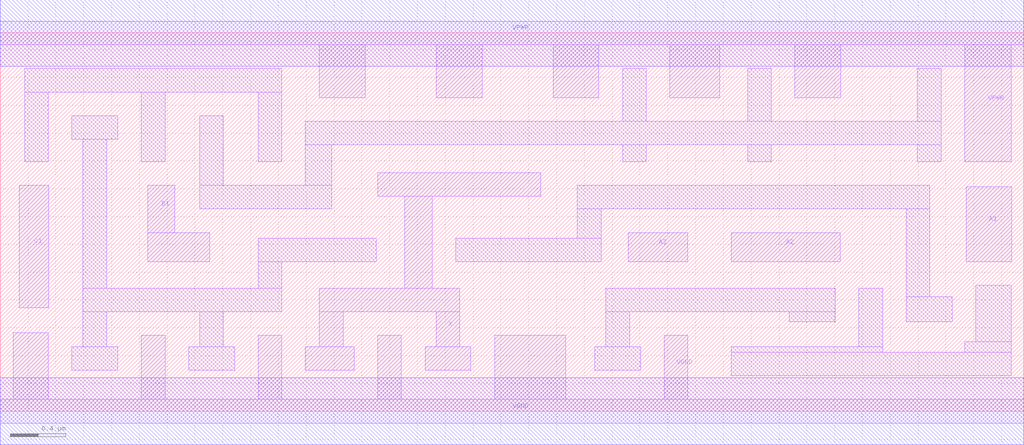
<source format=lef>
# Copyright 2020 The SkyWater PDK Authors
#
# Licensed under the Apache License, Version 2.0 (the "License");
# you may not use this file except in compliance with the License.
# You may obtain a copy of the License at
#
#     https://www.apache.org/licenses/LICENSE-2.0
#
# Unless required by applicable law or agreed to in writing, software
# distributed under the License is distributed on an "AS IS" BASIS,
# WITHOUT WARRANTIES OR CONDITIONS OF ANY KIND, either express or implied.
# See the License for the specific language governing permissions and
# limitations under the License.
#
# SPDX-License-Identifier: Apache-2.0

VERSION 5.5 ;
NAMESCASESENSITIVE ON ;
BUSBITCHARS "[]" ;
DIVIDERCHAR "/" ;
MACRO sky130_fd_sc_hd__a311o_4
  CLASS CORE ;
  SOURCE USER ;
  ORIGIN  0.000000  0.000000 ;
  SIZE  7.360000 BY  2.720000 ;
  SYMMETRY X Y R90 ;
  SITE unithd ;
  PIN A1
    ANTENNAGATEAREA  0.495000 ;
    DIRECTION INPUT ;
    USE SIGNAL ;
    PORT
      LAYER li1 ;
        RECT 6.945000 1.075000 7.275000 1.615000 ;
    END
  END A1
  PIN A2
    ANTENNAGATEAREA  0.495000 ;
    DIRECTION INPUT ;
    USE SIGNAL ;
    PORT
      LAYER li1 ;
        RECT 5.255000 1.075000 6.040000 1.285000 ;
    END
  END A2
  PIN A3
    ANTENNAGATEAREA  0.495000 ;
    DIRECTION INPUT ;
    USE SIGNAL ;
    PORT
      LAYER li1 ;
        RECT 4.515000 1.075000 4.945000 1.285000 ;
    END
  END A3
  PIN B1
    ANTENNAGATEAREA  0.495000 ;
    DIRECTION INPUT ;
    USE SIGNAL ;
    PORT
      LAYER li1 ;
        RECT 1.060000 1.075000 1.505000 1.285000 ;
        RECT 1.060000 1.285000 1.255000 1.625000 ;
    END
  END B1
  PIN C1
    ANTENNAGATEAREA  0.495000 ;
    DIRECTION INPUT ;
    USE SIGNAL ;
    PORT
      LAYER li1 ;
        RECT 0.135000 0.745000 0.350000 1.625000 ;
    END
  END C1
  PIN X
    ANTENNADIFFAREA  0.904000 ;
    DIRECTION OUTPUT ;
    USE SIGNAL ;
    PORT
      LAYER li1 ;
        RECT 2.195000 0.295000 2.545000 0.465000 ;
        RECT 2.295000 0.465000 2.465000 0.715000 ;
        RECT 2.295000 0.715000 3.305000 0.885000 ;
        RECT 2.715000 1.545000 3.885000 1.715000 ;
        RECT 2.910000 0.885000 3.105000 1.545000 ;
        RECT 3.055000 0.295000 3.385000 0.465000 ;
        RECT 3.135000 0.465000 3.305000 0.715000 ;
    END
  END X
  PIN VGND
    DIRECTION INOUT ;
    SHAPE ABUTMENT ;
    USE GROUND ;
    PORT
      LAYER li1 ;
        RECT 0.000000 -0.085000 7.360000 0.085000 ;
        RECT 0.095000  0.085000 0.345000 0.565000 ;
        RECT 1.015000  0.085000 1.185000 0.545000 ;
        RECT 1.855000  0.085000 2.025000 0.545000 ;
        RECT 2.715000  0.085000 2.885000 0.545000 ;
        RECT 3.555000  0.085000 4.065000 0.545000 ;
        RECT 4.775000  0.085000 4.945000 0.545000 ;
    END
    PORT
      LAYER met1 ;
        RECT 0.000000 -0.240000 7.360000 0.240000 ;
    END
  END VGND
  PIN VNB
    DIRECTION INOUT ;
    USE GROUND ;
    PORT
    END
  END VNB
  PIN VPB
    DIRECTION INOUT ;
    USE POWER ;
    PORT
    END
  END VPB
  PIN VPWR
    DIRECTION INOUT ;
    SHAPE ABUTMENT ;
    USE POWER ;
    PORT
      LAYER li1 ;
        RECT 0.000000 2.635000 7.360000 2.805000 ;
        RECT 2.295000 2.255000 2.625000 2.635000 ;
        RECT 3.135000 2.255000 3.465000 2.635000 ;
        RECT 3.975000 2.255000 4.305000 2.635000 ;
        RECT 4.815000 2.255000 5.175000 2.635000 ;
        RECT 5.715000 2.255000 6.045000 2.635000 ;
        RECT 6.935000 1.795000 7.270000 2.635000 ;
    END
    PORT
      LAYER met1 ;
        RECT 0.000000 2.480000 7.360000 2.960000 ;
    END
  END VPWR
  OBS
    LAYER li1 ;
      RECT 0.175000 1.795000 0.345000 2.295000 ;
      RECT 0.175000 2.295000 2.025000 2.465000 ;
      RECT 0.515000 0.295000 0.845000 0.465000 ;
      RECT 0.515000 1.955000 0.845000 2.125000 ;
      RECT 0.595000 0.465000 0.765000 0.715000 ;
      RECT 0.595000 0.715000 2.025000 0.885000 ;
      RECT 0.595000 0.885000 0.765000 1.955000 ;
      RECT 1.015000 1.795000 1.185000 2.295000 ;
      RECT 1.355000 0.295000 1.685000 0.465000 ;
      RECT 1.435000 0.465000 1.605000 0.715000 ;
      RECT 1.435000 1.455000 2.385000 1.625000 ;
      RECT 1.435000 1.625000 1.605000 2.125000 ;
      RECT 1.855000 0.885000 2.025000 1.075000 ;
      RECT 1.855000 1.075000 2.705000 1.245000 ;
      RECT 1.855000 1.795000 2.025000 2.295000 ;
      RECT 2.195000 1.625000 2.385000 1.915000 ;
      RECT 2.195000 1.915000 6.765000 2.085000 ;
      RECT 3.275000 1.075000 4.320000 1.245000 ;
      RECT 4.150000 1.245000 4.320000 1.455000 ;
      RECT 4.150000 1.455000 6.685000 1.625000 ;
      RECT 4.275000 0.295000 4.605000 0.465000 ;
      RECT 4.355000 0.465000 4.525000 0.715000 ;
      RECT 4.355000 0.715000 6.005000 0.885000 ;
      RECT 4.475000 1.795000 4.645000 1.915000 ;
      RECT 4.475000 2.085000 4.645000 2.465000 ;
      RECT 5.255000 0.255000 7.270000 0.425000 ;
      RECT 5.255000 0.425000 6.345000 0.465000 ;
      RECT 5.375000 1.795000 5.545000 1.915000 ;
      RECT 5.375000 2.085000 5.545000 2.465000 ;
      RECT 5.675000 0.645000 6.005000 0.715000 ;
      RECT 6.175000 0.465000 6.345000 0.885000 ;
      RECT 6.515000 0.645000 6.845000 0.825000 ;
      RECT 6.515000 0.825000 6.685000 1.455000 ;
      RECT 6.595000 1.795000 6.765000 1.915000 ;
      RECT 6.595000 2.085000 6.765000 2.465000 ;
      RECT 6.935000 0.425000 7.270000 0.500000 ;
      RECT 7.015000 0.500000 7.270000 0.905000 ;
  END
END sky130_fd_sc_hd__a311o_4
END LIBRARY

</source>
